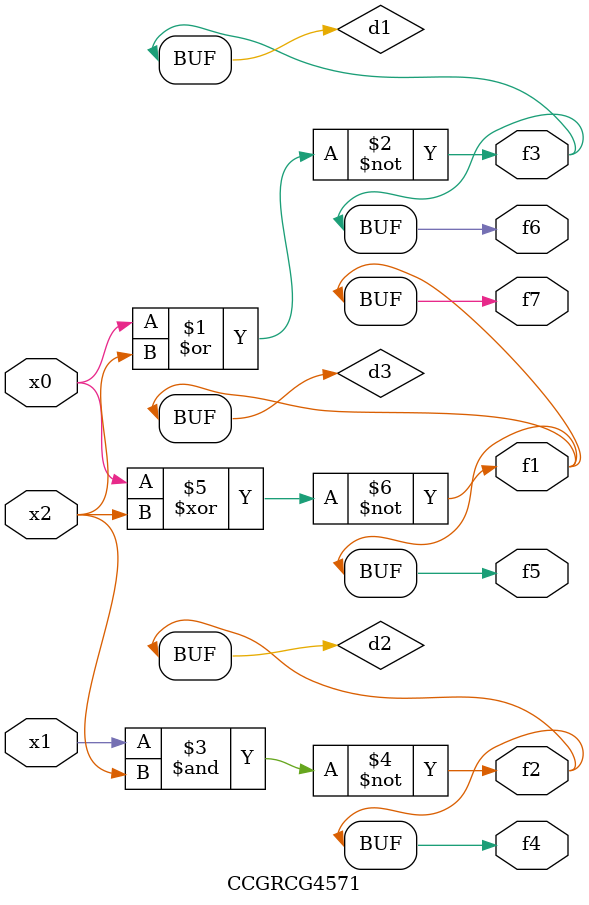
<source format=v>
module CCGRCG4571(
	input x0, x1, x2,
	output f1, f2, f3, f4, f5, f6, f7
);

	wire d1, d2, d3;

	nor (d1, x0, x2);
	nand (d2, x1, x2);
	xnor (d3, x0, x2);
	assign f1 = d3;
	assign f2 = d2;
	assign f3 = d1;
	assign f4 = d2;
	assign f5 = d3;
	assign f6 = d1;
	assign f7 = d3;
endmodule

</source>
